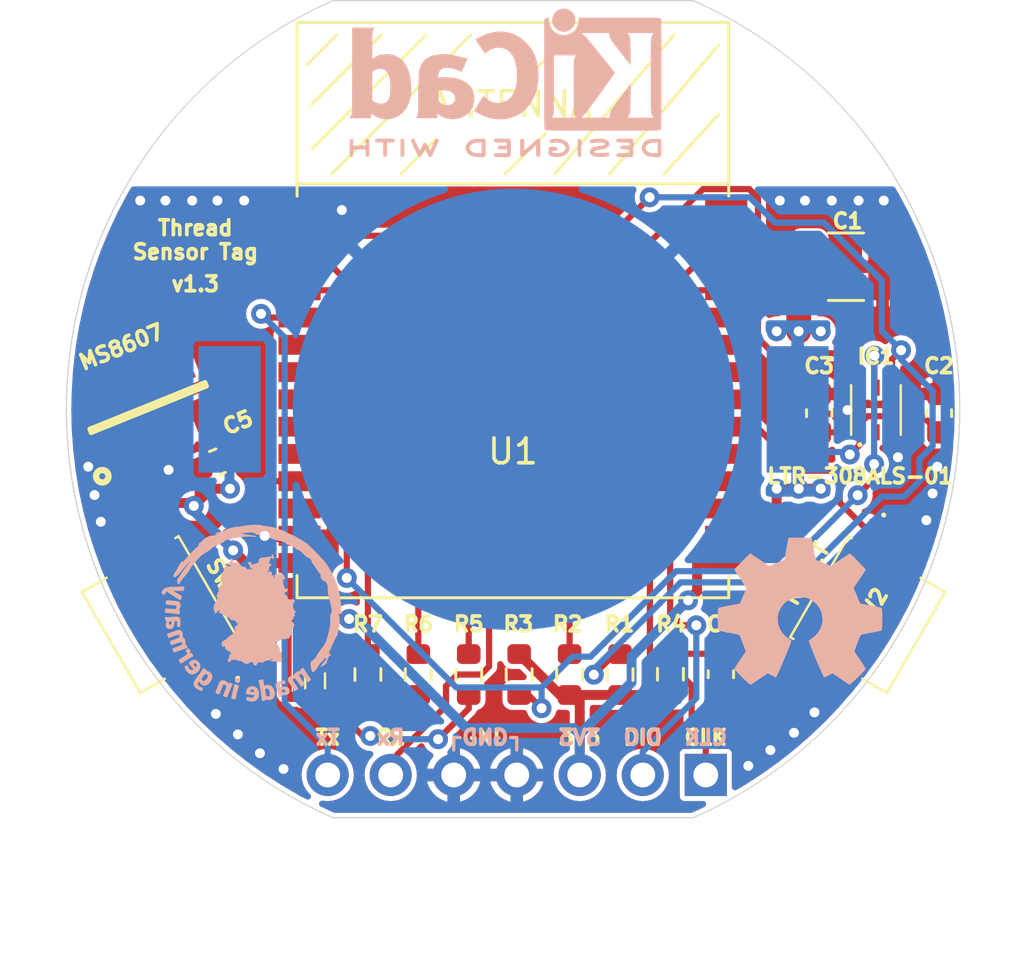
<source format=kicad_pcb>
(kicad_pcb (version 20211014) (generator pcbnew)
  (layers (0 "F.Cu" signal) (31 "B.Cu" signal) (34 "B.Paste" user) (35 "F.Paste" user) (36 "B.SilkS" user "B.Silkscreen") (37 "F.SilkS" user "F.Silkscreen") (38 "B.Mask" user) (39 "F.Mask" user) (44 "Edge.Cuts" user))
  (net 0 "")
  (net 1 "GND")
  (net 2 "/SWDCLK")
  (net 3 "/SDA")
  (net 4 "/SWDIO")
  (net 5 "/SCL")
  (net 6 "/RESET")
  (net 7 "/D-")
  (net 8 "/D+")
  (net 9 "/NFC2")
  (net 10 "/NFC1")
  (net 11 "/VCC")
  (net 12 "/BTN")
  (net 13 "/Tx")
  (net 14 "/Rx")
  (net 15 "/INT1")
  (net 26 "Net-(LED1-Pad4)")
  (net 27 "Net-(LED1-Pad3)")
  (net 28 "Net-(LED1-Pad2)")
  (net 29 "/LED_RED")
  (net 30 "/LED_GREEN")
  (net 31 "/LED_BLUE")
  (footprint "EVQ-PUA02K:EVQPUA02K" (layer "F.Cu") (at 135.611 72.644 60)
    (fp_text reference "SW2" (at 0.225 0.5 60) (layer "F.SilkS") (effects (font (size 0.6 0.6))))
    (fp_text value "EVQ-PUA02K" hide)
    (pad "1" smd rect locked (at 2.625 -0.85 150) (size 1 1.55) (layers "F.Cu" "F.Paste" "F.Mask") (net 6 "/RESET"))
    (pad "2" smd rect locked (at 2.625 0.85 150) (size 1 1.55) (layers "F.Cu" "F.Paste" "F.Mask") (net 1 "GND"))
    (pad "3" smd rect locked (at -2.625 -0.85 150) (size 1 1.55) (layers "F.Cu" "F.Paste" "F.Mask") (net 6 "/RESET"))
    (pad "4" smd rect locked (at -2.625 0.85 150) (size 1 1.55) (layers "F.Cu" "F.Paste" "F.Mask") (net 1 "GND"))
  )
  (footprint "EVQ-PUA02K:EVQPUA02K" (layer "F.Cu") (at 107.925 72.644 -60)
    (fp_text reference "SW1" hide)
    (fp_text value "EVQ-PUA02K" hide)
    (pad "1" smd rect locked (at 2.625 -0.85 30) (size 1 1.55) (layers "F.Cu" "F.Paste" "F.Mask") (net 12 "/BTN"))
    (pad "2" smd rect locked (at 2.625 0.85 30) (size 1 1.55) (layers "F.Cu" "F.Paste" "F.Mask") (net 1 "GND"))
    (pad "3" smd rect locked (at -2.625 -0.85 30) (size 1 1.55) (layers "F.Cu" "F.Paste" "F.Mask") (net 12 "/BTN"))
    (pad "4" smd rect locked (at -2.625 0.85 30) (size 1 1.55) (layers "F.Cu" "F.Paste" "F.Mask") (net 1 "GND"))
  )
  (footprint "Capacitor_SMD:C_0603_1608Metric" (layer "F.Cu") (at 109.83 66.7385 22)
    (fp_text reference "C5" (at 1.359707 -1.162816 22) (layer "F.SilkS") (effects (font (size 0.6 0.6))))
    (fp_text value "0.22uF")
    (pad "1" smd roundrect locked (at -0.775 0 22) (size 0.9 0.95) (layers "F.Cu" "F.Paste" "F.Mask") (net 11 "/VCC"))
    (pad "2" smd roundrect locked (at 0.775 0 22) (size 0.9 0.95) (layers "F.Cu" "F.Paste" "F.Mask") (net 1 "GND"))
  )
  (footprint "MS860702BA01-50:SON125P300X500X100-8N" (layer "F.Cu") (at 107.036 64.546 112)
    (fp_text reference "IC3" hide)
    (fp_text value "MS860702BA01-50" hide)
    (pad "1" smd rect locked (at -1.15 -1.875 202) (size 0.75 1.45) (layers "F.Cu" "F.Paste" "F.Mask") (net 11 "/VCC"))
    (pad "2" smd rect locked (at -1.15 -0.625 202) (size 0.75 1.45) (layers "F.Cu" "F.Paste" "F.Mask"))
    (pad "3" smd rect locked (at -1.15 0.625 202) (size 0.75 1.45) (layers "F.Cu" "F.Paste" "F.Mask") (net 1 "GND"))
    (pad "4" smd rect locked (at -1.15 1.875 202) (size 0.75 1.45) (layers "F.Cu" "F.Paste" "F.Mask"))
    (pad "5" smd rect locked (at 1.15 1.875 202) (size 0.75 1.45) (layers "F.Cu" "F.Paste" "F.Mask"))
    (pad "6" smd rect locked (at 1.15 0.625 202) (size 0.75 1.45) (layers "F.Cu" "F.Paste" "F.Mask"))
    (pad "7" smd rect locked (at 1.15 -0.625 202) (size 0.75 1.45) (layers "F.Cu" "F.Paste" "F.Mask") (net 3 "/SDA"))
    (pad "8" smd rect locked (at 1.15 -1.875 202) (size 0.75 1.45) (layers "F.Cu" "F.Paste" "F.Mask") (net 5 "/SCL"))
  )
  (footprint "MS88SF2:MS88SF2" (layer "F.Cu") (at 121.26 66.675)
    (fp_text reference "U1" (at 0.48 -0.36) (layer "F.SilkS"))
    (fp_text value "MS88SF2")
    (fp_text user "ANTENNA" (at 0.38 -14.36) (layer "F.SilkS"))
    (pad "1" smd rect locked (at -8.12 -10.16) (size 1.7 0.8) (layers "F.Cu" "F.Paste" "F.Mask") (net 1 "GND"))
    (pad "2" smd rect locked (at -8.12 -9.06) (size 1.7 0.8) (layers "F.Cu" "F.Paste" "F.Mask") (net 5 "/SCL"))
    (pad "3" smd rect locked (at -8.12 -7.96) (size 1.7 0.8) (layers "F.Cu" "F.Paste" "F.Mask") (net 3 "/SDA"))
    (pad "4" smd rect locked (at -8.12 -6.86) (size 1.7 0.8) (layers "F.Cu" "F.Paste" "F.Mask") (net 14 "/Rx"))
    (pad "5" smd rect locked (at -8.12 -5.76) (size 1.7 0.8) (layers "F.Cu" "F.Paste" "F.Mask") (net 13 "/Tx"))
    (pad "6" smd rect locked (at -8.12 -4.66) (size 1.7 0.8) (layers "F.Cu" "F.Paste" "F.Mask"))
    (pad "7" smd rect locked (at -8.12 -3.56) (size 1.7 0.8) (layers "F.Cu" "F.Paste" "F.Mask"))
    (pad "8" smd rect locked (at -8.12 -2.46) (size 1.7 0.8) (layers "F.Cu" "F.Paste" "F.Mask") (net 29 "/LED_RED"))
    (pad "9" smd rect locked (at -8.12 -1.36) (size 1.7 0.8) (layers "F.Cu" "F.Paste" "F.Mask") (net 30 "/LED_GREEN"))
    (pad "10" smd rect locked (at -8.12 -0.26) (size 1.7 0.8) (layers "F.Cu" "F.Paste" "F.Mask") (net 31 "/LED_BLUE"))
    (pad "11" smd rect locked (at -8.12 0.84) (size 1.7 0.8) (layers "F.Cu" "F.Paste" "F.Mask") (net 12 "/BTN"))
    (pad "12" smd rect locked (at -8.12 1.94) (size 1.7 0.8) (layers "F.Cu" "F.Paste" "F.Mask") (net 15 "/INT1"))
    (pad "13" smd rect locked (at -8.12 3.04) (size 1.7 0.8) (layers "F.Cu" "F.Paste" "F.Mask") (net 1 "GND"))
    (pad "14" smd rect locked (at -8.12 4.14) (size 1.7 0.8) (layers "F.Cu" "F.Paste" "F.Mask") (net 11 "/VCC"))
    (pad "15" smd rect locked (at 9.08 -10.16) (size 1.7 0.8) (layers "F.Cu" "F.Paste" "F.Mask") (net 9 "/NFC2"))
    (pad "16" smd rect locked (at 9.08 -9.06) (size 1.7 0.8) (layers "F.Cu" "F.Paste" "F.Mask") (net 10 "/NFC1"))
    (pad "17" smd rect locked (at 9.08 -7.96) (size 1.7 0.8) (layers "F.Cu" "F.Paste" "F.Mask") (net 2 "/SWDCLK"))
    (pad "18" smd rect locked (at 9.08 -6.86) (size 1.7 0.8) (layers "F.Cu" "F.Paste" "F.Mask") (net 4 "/SWDIO"))
    (pad "19" smd rect locked (at 9.08 -5.76) (size 1.7 0.8) (layers "F.Cu" "F.Paste" "F.Mask"))
    (pad "20" smd rect locked (at 9.08 -4.66) (size 1.7 0.8) (layers "F.Cu" "F.Paste" "F.Mask"))
    (pad "21" smd rect locked (at 9.08 -3.56) (size 1.7 0.8) (layers "F.Cu" "F.Paste" "F.Mask"))
    (pad "22" smd rect locked (at 9.08 -2.46) (size 1.7 0.8) (layers "F.Cu" "F.Paste" "F.Mask"))
    (pad "23" smd rect locked (at 9.08 -1.36) (size 1.7 0.8) (layers "F.Cu" "F.Paste" "F.Mask") (net 6 "/RESET"))
    (pad "24" smd rect locked (at 9.08 -0.26) (size 1.7 0.8) (layers "F.Cu" "F.Paste" "F.Mask"))
    (pad "25" smd rect locked (at 9.08 0.84) (size 1.7 0.8) (layers "F.Cu" "F.Paste" "F.Mask"))
    (pad "26" smd rect locked (at 9.08 1.94) (size 1.7 0.8) (layers "F.Cu" "F.Paste" "F.Mask") (net 8 "/D+"))
    (pad "27" smd rect locked (at 9.08 3.04) (size 1.7 0.8) (layers "F.Cu" "F.Paste" "F.Mask") (net 7 "/D-"))
    (pad "28" smd rect locked (at 9.08 4.14) (size 1.7 0.8) (layers "F.Cu" "F.Paste" "F.Mask") (net 11 "/VCC"))
  )
  (footprint "Resistor_SMD:R_0603_1608Metric" (layer "F.Cu") (at 121.993 75.311 -90)
    (fp_text reference "R3" (at -2.032 0.0349) (layer "F.SilkS") (effects (font (size 0.6 0.6))))
    (fp_text value "4.7k")
    (pad "1" smd roundrect locked (at -0.825 0 270) (size 0.8 0.95) (layers "F.Cu" "F.Paste" "F.Mask") (net 11 "/VCC"))
    (pad "2" smd roundrect locked (at 0.825 0 270) (size 0.8 0.95) (layers "F.Cu" "F.Paste" "F.Mask") (net 15 "/INT1"))
  )
  (footprint "Capacitor_SMD:C_0603_1608Metric" (layer "F.Cu") (at 130.124 75.2983 -90)
    (fp_text reference "C7" (at -2.0193 -0.0254 180) (layer "F.SilkS") (effects (font (size 0.6 0.6))))
    (fp_text value "0.1uF")
    (pad "1" smd roundrect locked (at -0.775 0 270) (size 0.9 0.95) (layers "F.Cu" "F.Paste" "F.Mask") (net 6 "/RESET"))
    (pad "2" smd roundrect locked (at 0.775 0 270) (size 0.9 0.95) (layers "F.Cu" "F.Paste" "F.Mask") (net 1 "GND"))
  )
  (footprint "Resistor_SMD:R_0603_1608Metric" (layer "F.Cu") (at 124.026 75.311 90)
    (fp_text reference "R2" (at 2.032 -0.0762 180) (layer "F.SilkS") (effects (font (size 0.6 0.6))))
    (fp_text value "4.7k")
    (pad "1" smd roundrect locked (at -0.825 0 90) (size 0.8 0.95) (layers "F.Cu" "F.Paste" "F.Mask") (net 11 "/VCC"))
    (pad "2" smd roundrect locked (at 0.825 0 90) (size 0.8 0.95) (layers "F.Cu" "F.Paste" "F.Mask") (net 3 "/SDA"))
  )
  (footprint "Resistor_SMD:R_0603_1608Metric" (layer "F.Cu") (at 119.96 75.311 90)
    (fp_text reference "R5" (at 2.032 0 180) (layer "F.SilkS") (effects (font (size 0.6 0.6))))
    (fp_text value "1k2")
    (pad "1" smd roundrect locked (at -0.825 0 90) (size 0.8 0.95) (layers "F.Cu" "F.Paste" "F.Mask") (net 28 "Net-(LED1-Pad2)"))
    (pad "2" smd roundrect locked (at 0.825 0 90) (size 0.8 0.95) (layers "F.Cu" "F.Paste" "F.Mask") (net 29 "/LED_RED"))
  )
  (footprint "Resistor_SMD:R_0603_1608Metric" (layer "F.Cu") (at 117.928 75.311 -90)
    (fp_text reference "R6" (at -2.032 0 180) (layer "F.SilkS") (effects (font (size 0.6 0.6))))
    (fp_text value "2k2")
    (pad "1" smd roundrect locked (at -0.825 0 270) (size 0.8 0.95) (layers "F.Cu" "F.Paste" "F.Mask") (net 30 "/LED_GREEN"))
    (pad "2" smd roundrect locked (at 0.825 0 270) (size 0.8 0.95) (layers "F.Cu" "F.Paste" "F.Mask") (net 26 "Net-(LED1-Pad4)"))
  )
  (footprint "Resistor_SMD:R_0603_1608Metric" (layer "F.Cu") (at 126.058 75.311 90)
    (fp_text reference "R1" (at 2.032 -0.0254 180) (layer "F.SilkS") (effects (font (size 0.6 0.6))))
    (fp_text value "4.7k")
    (pad "1" smd roundrect locked (at -0.825 0 90) (size 0.8 0.95) (layers "F.Cu" "F.Paste" "F.Mask") (net 11 "/VCC"))
    (pad "2" smd roundrect locked (at 0.825 0 90) (size 0.8 0.95) (layers "F.Cu" "F.Paste" "F.Mask") (net 5 "/SCL"))
  )
  (footprint "APHF1608LSEEQBDZGKC:APHF1608LSEEQBDZGKC" (layer "F.Cu") (at 113.767 75.565 90)
    (fp_text reference "LED1" hide)
    (fp_text value "APHF1608LSEEQBDZGKC" hide)
    (pad "1" smd rect locked (at -0.65 -0.35 180) (size 0.4 0.5) (layers "F.Cu" "F.Paste" "F.Mask") (net 11 "/VCC"))
    (pad "2" smd rect locked (at -0.65 0.35 180) (size 0.4 0.5) (layers "F.Cu" "F.Paste" "F.Mask") (net 28 "Net-(LED1-Pad2)"))
    (pad "3" smd rect locked (at 0.65 0.35 180) (size 0.4 0.5) (layers "F.Cu" "F.Paste" "F.Mask") (net 27 "Net-(LED1-Pad3)"))
    (pad "4" smd rect locked (at 0.65 -0.35 180) (size 0.4 0.5) (layers "F.Cu" "F.Paste" "F.Mask") (net 26 "Net-(LED1-Pad4)"))
  )
  (footprint "Resistor_SMD:R_0603_1608Metric" (layer "F.Cu") (at 128.091 75.2983 90)
    (fp_text reference "R4" (at 2.0193 0.0254 180) (layer "F.SilkS") (effects (font (size 0.6 0.6))))
    (fp_text value "10k")
    (pad "1" smd roundrect locked (at -0.825 0 90) (size 0.8 0.95) (layers "F.Cu" "F.Paste" "F.Mask") (net 11 "/VCC"))
    (pad "2" smd roundrect locked (at 0.825 0 90) (size 0.8 0.95) (layers "F.Cu" "F.Paste" "F.Mask") (net 6 "/RESET"))
  )
  (footprint "Resistor_SMD:R_0603_1608Metric" (layer "F.Cu") (at 115.895 75.311 -90)
    (fp_text reference "R7" (at -2.032 0 180) (layer "F.SilkS") (effects (font (size 0.6 0.6))))
    (fp_text value "390R")
    (pad "1" smd roundrect locked (at -0.825 0 270) (size 0.8 0.95) (layers "F.Cu" "F.Paste" "F.Mask") (net 31 "/LED_BLUE"))
    (pad "2" smd roundrect locked (at 0.825 0 270) (size 0.8 0.95) (layers "F.Cu" "F.Paste" "F.Mask") (net 27 "Net-(LED1-Pad3)"))
  )
  (footprint "Capacitor_SMD:C_1210_3225Metric" (layer "F.Cu") (at 135.1661 58.8645)
    (fp_text reference "C1" (at 0.0635 -1.8415) (layer "F.SilkS") (effects (font (size 0.6 0.6))))
    (fp_text value "100uF")
    (pad "1" smd roundrect locked (at -1.475 0) (size 1.15 2.7) (layers "F.Cu" "F.Paste" "F.Mask") (roundrect_rratio 0.2173904348) (net 11 "/VCC"))
    (pad "2" smd roundrect locked (at 1.475 0) (size 1.15 2.7) (layers "F.Cu" "F.Paste" "F.Mask") (roundrect_rratio 0.2173904348) (net 1 "GND"))
  )
  (footprint "Capacitor_SMD:C_0603_1608Metric" (layer "F.Cu") (at 134.0866 64.77 90)
    (fp_text reference "C3" (at 1.905 0 180) (layer "F.SilkS") (effects (font (size 0.6 0.6))))
    (fp_text value "0.1uF")
    (pad "1" smd roundrect (at -0.775 0 90) (size 0.9 0.95) (layers "F.Cu" "F.Paste" "F.Mask") (net 11 "/VCC"))
    (pad "2" smd roundrect (at 0.775 0 90) (size 0.9 0.95) (layers "F.Cu" "F.Paste" "F.Mask") (net 1 "GND"))
  )
  (footprint "Capacitor_SMD:C_0603_1608Metric" (layer "F.Cu") (at 138.9126 64.77 90)
    (fp_text reference "C2" (at 1.905 0 180) (layer "F.SilkS") (effects (font (size 0.6 0.6))))
    (fp_text value "4.7uF")
    (pad "1" smd roundrect (at -0.775 0 90) (size 0.9 0.95) (layers "F.Cu" "F.Paste" "F.Mask") (net 11 "/VCC"))
    (pad "2" smd roundrect (at 0.775 0 90) (size 0.9 0.95) (layers "F.Cu" "F.Paste" "F.Mask") (net 1 "GND"))
  )
  (footprint "LTR-308ALS-01:LTR303ALS01" (layer "F.Cu") (at 136.373 64.643)
    (fp_text reference "IC1" (at 0 -2.159) (layer "F.SilkS") (effects (font (size 0.6 0.6))))
    (fp_text value "LTR-308ALS-01" hide)
    (pad "1" smd rect locked (at -0.65 0.9) (size 0.3 0.65) (layers "F.Cu" "F.Paste" "F.Mask") (net 11 "/VCC"))
    (pad "2" smd rect locked (at 0 0.9) (size 0.3 0.65) (layers "F.Cu" "F.Paste" "F.Mask"))
    (pad "3" smd rect locked (at 0.65 0.9) (size 0.3 0.65) (layers "F.Cu" "F.Paste" "F.Mask") (net 1 "GND"))
    (pad "4" smd rect locked (at 0.65 -0.9) (size 0.3 0.65) (layers "F.Cu" "F.Paste" "F.Mask") (net 5 "/SCL"))
    (pad "5" smd rect locked (at 0 -0.9) (size 0.3 0.65) (layers "F.Cu" "F.Paste" "F.Mask") (net 15 "/INT1"))
    (pad "6" smd rect locked (at -0.65 -0.9) (size 0.3 0.65) (layers "F.Cu" "F.Paste" "F.Mask") (net 3 "/SDA"))
  )
  (footprint "BAT-HLD-001:BATHLD001" (layer "B.Cu") (at 121.768 64.6176)
    (fp_text reference "BT1" hide)
    (fp_text value "BAT-HLD-001" hide)
    (pad "1" smd rect locked (at -11.45 0) (size 2.5 5.1) (layers "B.Cu" "B.Paste" "B.Mask") (net 11 "/VCC"))
    (pad "1" smd rect locked (at 11.45 0) (size 2.5 5.1) (layers "B.Cu" "B.Paste" "B.Mask") (net 11 "/VCC"))
    (pad "2" smd circle locked (at 0 0 270) (size 17.8 17.8) (layers "B.Cu" "B.Paste" "B.Mask") (net 1 "GND"))
  )
  (footprint "Connector_PinHeader_2.54mm:PinHeader_1x07_P2.54mm_Vertical" (layer "B.Cu") (at 129.515 79.3623 90)
    (fp_text reference "J3" hide)
    (fp_text value "Conn_01x07_Male")
    (pad "1" thru_hole rect locked (at 0 0 90) (size 1.7 1.7) (drill 1) (layers *.Cu *.Mask) (net 2 "/SWDCLK"))
    (pad "2" thru_hole oval locked (at 0 -2.54 90) (size 1.7 1.7) (drill 1) (layers *.Cu *.Mask) (net 4 "/SWDIO"))
    (pad "3" thru_hole oval locked (at 0 -5.08 90) (size 1.7 1.7) (drill 1) (layers *.Cu *.Mask) (net 11 "/VCC"))
    (pad "4" thru_hole oval locked (at 0 -7.62 90) (size 1.7 1.7) (drill 1) (layers *.Cu *.Mask) (net 1 "GND"))
    (pad "5" thru_hole oval locked (at 0 -10.16 90) (size 1.7 1.7) (drill 1) (layers *.Cu *.Mask) (net 1 "GND"))
    (pad "6" thru_hole oval locked (at 0 -12.7 90) (size 1.7 1.7) (drill 1) (layers *.Cu *.Mask) (net 14 "/Rx"))
    (pad "7" thru_hole oval locked (at 0 -15.24 90) (size 1.7 1.7) (drill 1) (layers *.Cu *.Mask) (net 13 "/Tx"))
  )
  (footprint "logo:mig" (layer "B.Cu") (at 111.2266 72.8345 180)
    (fp_text reference "LOGO2" hide)
    (fp_text value "LOGO" hide)
  )
  (footprint "Symbol:OSHW-Symbol_6.7x6mm_SilkScreen" (layer "B.Cu") (at 133.3246 72.771 180)
    (fp_text reference "LOGO1" hide)
    (fp_text value "OSHW-Symbol_6.7x6mm_SilkScreen" hide)
  )
  (footprint "Symbol:KiCad-Logo2_5mm_SilkScreen" (layer "B.Cu") (at 121.4501 51.435 180)
    (fp_text reference "LOGO3" hide)
    (fp_text value "KiCad-Logo2_5mm_SilkScreen" hide)
  )
  (gr_line (start 119.3546 78.359) (end 119.3546 77.851) (layer "B.SilkS") (width 0.12))
  (gr_line (start 121.8946 78.359) (end 121.8946 77.851) (layer "B.SilkS") (width 0.12))
  (gr_line (start 121.8946 77.851) (end 121.6406 77.851) (layer "B.SilkS") (width 0.12))
  (gr_line (start 119.3546 77.851) (end 119.6086 77.851) (layer "B.SilkS") (width 0.12))
  (gr_line (start 119.3546 78.359) (end 119.3546 77.851) (layer "F.SilkS") (width 0.12))
  (gr_line (start 119.3546 77.851) (end 119.6086 77.851) (layer "F.SilkS") (width 0.12))
  (gr_line (start 121.8946 77.851) (end 121.6406 77.851) (layer "F.SilkS") (width 0.12))
  (gr_line (start 121.8946 78.359) (end 121.8946 77.851) (layer "F.SilkS") (width 0.12))
  (gr_arc (start 129.0066 48.132999) (mid 139.752055 64.609269) (end 129.0066 81.085539) (layer "Edge.Cuts") (width 0.05))
  (gr_line (start 114.488584 81.085539) (end 129.0066 81.085539) (layer "Edge.Cuts") (width 0.05))
  (gr_line (start 129.0066 48.133) (end 114.488584 48.133) (layer "Edge.Cuts") (width 0.05))
  (gr_arc (start 114.488585 81.085538) (mid 103.743131 64.609269) (end 114.488584 48.133) (layer "Edge.Cuts") (width 0.05))
  (gr_text "Tx" (at 114.2746 77.851) (layer "B.SilkS") (effects (font (size 0.6 0.6)) (justify mirror)))
  (gr_text "Rx" (at 116.8146 77.851) (layer "B.SilkS") (effects (font (size 0.6 0.6)) (justify mirror)))
  (gr_text "GND" (at 120.6246 77.851) (layer "B.SilkS") (effects (font (size 0.6 0.6)) (justify mirror)))
  (gr_text "3V3" (at 124.4346 77.851) (layer "B.SilkS") (effects (font (size 0.6 0.6)) (justify mirror)))
  (gr_text "DIO" (at 126.9746 77.851) (layer "B.SilkS") (effects (font (size 0.6 0.6)) (justify mirror)))
  (gr_text "CLK" (at 129.5146 77.851) (layer "B.SilkS") (effects (font (size 0.6 0.6)) (justify mirror)))
  (gr_text "SW1" (at 110.0836 71.501 300) (layer "F.SilkS") (effects (font (size 0.6 0.6))))
  (gr_text "Tx" (at 114.2746 77.851) (layer "F.SilkS") (effects (font (size 0.6 0.6))))
  (gr_text "CLK" (at 129.5146 77.851) (layer "F.SilkS") (effects (font (size 0.6 0.6))))
  (gr_text "DIO" (at 126.9746 77.851) (layer "F.SilkS") (effects (font (size 0.6 0.6))))
  (gr_text "3V3" (at 124.4346 77.851) (layer "F.SilkS") (effects (font (size 0.6 0.6))))
  (gr_text "MS8607" (at 105.9561 62.103 22) (layer "F.SilkS") (effects (font (size 0.6 0.6))))
  (gr_text "Thread\nSensor Tag" (at 108.9406 57.785) (layer "F.SilkS") (effects (font (size 0.6 0.6))))
  (gr_text "RESET" (at 133.5786 71.247 60) (layer "F.SilkS") (effects (font (size 0.6 0.6))))
  (gr_text "LTR-308ALS-01" (at 135.7376 67.31) (layer "F.SilkS") (effects (font (size 0.6 0.6))))
  (gr_text "GND" (at 120.6246 77.851) (layer "F.SilkS") (effects (font (size 0.6 0.6))))
  (gr_text "Rx" (at 116.8146 77.851) (layer "F.SilkS") (effects (font (size 0.6 0.6))))
  (gr_text "v1.3" (at 108.9406 59.563) (layer "F.SilkS") (effects (font (size 0.6 0.6))))
  (segment (start 108.046 66.8708) (end 107.861 67.056) (width 0.25) (layer "F.Cu") (net 1))
  (segment (start 114.783 56.515) (end 114.846 56.5785) (width 0.25) (layer "F.Cu") (net 1))
  (segment (start 108.046 65.3781) (end 108.046 66.8708) (width 0.25) (layer "F.Cu") (net 1))
  (segment (start 134.0866 63.995) (end 134.5816 63.995) (width 0.25) (layer "F.Cu") (net 1))
  (segment (start 134.5816 63.995) (end 135.2296 64.643) (width 0.25) (layer "F.Cu") (net 1))
  (segment (start 113.14 56.515) (end 114.783 56.515) (width 0.25) (layer "F.Cu") (net 1))
  (segment (start 111.743 69.715) (end 111.735 69.723) (width 0.25) (layer "F.Cu") (net 1))
  (segment (start 113.14 69.715) (end 111.743 69.715) (width 0.25) (layer "F.Cu") (net 1))
  (via (at 138.4046 69.088) (size 0.8) (drill 0.4) (layers "F.Cu" "B.Cu") (net 1))
  (via (at 132.4991 56.1975) (size 0.8) (drill 0.4) (layers "F.Cu" "B.Cu") (net 1))
  (via (at 109.7661 76.8985) (size 0.8) (drill 0.4) (layers "F.Cu" "B.Cu") (net 1))
  (via (at 136.6901 56.1975) (size 0.8) (drill 0.4) (layers "F.Cu" "B.Cu") (net 1))
  (via (at 138.8491 66.929) (size 0.8) (drill 0.4) (layers "F.Cu" "B.Cu") (net 1))
  (via (at 133.0706 77.6605) (size 0.8) (drill 0.4) (layers "F.Cu" "B.Cu") (net 1))
  (via (at 112.4966 79.121) (size 0.8) (drill 0.4) (layers "F.Cu" "B.Cu") (net 1))
  (via (at 109.8296 56.1975) (size 0.8) (drill 0.4) (layers "F.Cu" "B.Cu") (net 1))
  (via (at 110.9091 56.1975) (size 0.8) (drill 0.4) (layers "F.Cu" "B.Cu") (net 1))
  (via (at 134.5946 56.1975) (size 0.8) (drill 0.4) (layers "F.Cu" "B.Cu") (net 1))
  (via (at 106.7181 56.1975) (size 0.8) (drill 0.4) (layers "F.Cu" "B.Cu") (net 1))
  (via (at 111.5441 78.486) (size 0.8) (drill 0.4) (layers "F.Cu" "B.Cu") (net 1))
  (via (at 111.735 69.723) (size 0.8) (drill 0.4) (layers "F.Cu" "B.Cu") (net 1))
  (via (at 114.846 56.5785) (size 0.8) (drill 0.4) (layers "F.Cu" "B.Cu") (net 1))
  (via (at 135.2296 64.643) (size 0.8) (drill 0.4) (layers "F.Cu" "B.Cu") (net 1))
  (via (at 107.7341 56.1975) (size 0.8) (drill 0.4) (layers "F.Cu" "B.Cu") (net 1))
  (via (at 131.2291 78.994) (size 0.8) (drill 0.4) (layers "F.Cu" "B.Cu") (net 1))
  (via (at 104.6226 66.929) (size 0.8) (drill 0.4) (layers "F.Cu" "B.Cu") (net 1))
  (via (at 133.8961 76.835) (size 0.8) (drill 0.4) (layers "F.Cu" "B.Cu") (net 1))
  (via (at 105.1306 69.1515) (size 0.8) (drill 0.4) (layers "F.Cu" "B.Cu") (net 1))
  (via (at 104.8766 68.072) (size 0.8) (drill 0.4) (layers "F.Cu" "B.Cu") (net 1))
  (via (at 137.2616 66.548) (size 0.8) (drill 0.4) (layers "F.Cu" "B.Cu") (net 1))
  (via (at 138.6586 68.0085) (size 0.8) (drill 0.4) (layers "F.Cu" "B.Cu") (net 1))
  (via (at 107.861 67.056) (size 0.8) (drill 0.4) (layers "F.Cu" "B.Cu") (net 1))
  (via (at 110.6551 77.724) (size 0.8) (drill 0.4) (layers "F.Cu" "B.Cu") (net 1))
  (via (at 108.8136 56.1975) (size 0.8) (drill 0.4) (layers "F.Cu" "B.Cu") (net 1))
  (via (at 133.5151 56.1975) (size 0.8) (drill 0.4) (layers "F.Cu" "B.Cu") (net 1))
  (via (at 135.6741 56.1975) (size 0.8) (drill 0.4) (layers "F.Cu" "B.Cu") (net 1))
  (via (at 132.1181 78.359) (size 0.8) (drill 0.4) (layers "F.Cu" "B.Cu") (net 1))
  (segment (start 127.2632 60.6165) (end 129.1647 58.715) (width 0.25) (layer "F.Cu") (net 2))
  (segment (start 128.4902 75.2983) (end 127.6947 75.2983) (width 0.25) (layer "F.Cu") (net 2))
  (segment (start 128.9456 75.7537) (end 128.4902 75.2983) (width 0.25) (layer "F.Cu") (net 2))
  (segment (start 127.6947 75.2983) (end 127.2632 74.8668) (width 0.25) (layer "F.Cu") (net 2))
  (segment (start 128.9456 77.6176) (end 128.9456 75.7537) (width 0.25) (layer "F.Cu") (net 2))
  (segment (start 129.515 78.187) (end 128.9456 77.6176) (width 0.25) (layer "F.Cu") (net 2))
  (segment (start 129.515 79.3623) (end 129.515 78.187) (width 0.25) (layer "F.Cu") (net 2))
  (segment (start 130.34 58.715) (end 129.1647 58.715) (width 0.25) (layer "F.Cu") (net 2))
  (segment (start 127.2632 74.8668) (end 127.2632 60.6165) (width 0.25) (layer "F.Cu") (net 2))
  (segment (start 132.2346 62.357) (end 135.1026 62.357) (width 0.25) (layer "F.Cu") (net 3))
  (segment (start 116.7135 61.1132) (end 124.026 61.1132) (width 0.25) (layer "F.Cu") (net 3))
  (segment (start 106.0257 61.9699) (end 109.2806 58.715) (width 0.25) (layer "F.Cu") (net 3))
  (segment (start 131.2708 55.7348) (end 131.6184 56.0824) (width 0.25) (layer "F.Cu") (net 3))
  (segment (start 109.2806 58.715) (end 113.14 58.715) (width 0.25) (layer "F.Cu") (net 3))
  (segment (start 113.14 58.715) (end 114.3153 58.715) (width 0.25) (layer "F.Cu") (net 3))
  (segment (start 135.723 62.9774) (end 135.723 63.743) (width 0.25) (layer "F.Cu") (net 3))
  (segment (start 129.4044 55.7348) (end 131.2708 55.7348) (width 0.25) (layer "F.Cu") (net 3))
  (segment (start 106.0257 63.7139) (end 106.0257 61.9699) (width 0.25) (layer "F.Cu") (net 3))
  (segment (start 131.6184 61.7408) (end 132.2346 62.357) (width 0.25) (layer "F.Cu") (net 3))
  (segment (start 135.1026 62.357) (end 135.723 62.9774) (width 0.25) (layer "F.Cu") (net 3))
  (segment (start 131.6184 56.0824) (end 131.6184 61.7408) (width 0.25) (layer "F.Cu") (net 3))
  (segment (start 124.026 61.1132) (end 129.4044 55.7348) (width 0.25) (layer "F.Cu") (net 3))
  (segment (start 124.026 61.1132) (end 124.026 74.486) (width 0.25) (layer "F.Cu") (net 3))
  (segment (start 114.3153 58.715) (end 116.7135 61.1132) (width 0.25) (layer "F.Cu") (net 3))
  (segment (start 128.0779 60.9018) (end 128.0779 72.834885) (width 0.25) (layer "F.Cu") (net 4))
  (segment (start 128.567915 73.3249) (end 129.1336 73.3249) (width 0.25) (layer "F.Cu") (net 4))
  (segment (start 130.34 59.815) (end 129.1647 59.815) (width 0.25) (layer "F.Cu") (net 4))
  (segment (start 129.1647 59.815) (end 128.0779 60.9018) (width 0.25) (layer "F.Cu") (net 4))
  (segment (start 128.0779 72.834885) (end 128.567915 73.3249) (width 0.25) (layer "F.Cu") (net 4))
  (via (at 129.1336 73.3249) (size 0.8) (drill 0.4) (layers "F.Cu" "B.Cu") (net 4))
  (segment (start 126.975 79.3623) (end 126.975 78.4221) (width 0.25) (layer "B.Cu") (net 4))
  (segment (start 126.975 78.4221) (end 129.1336 76.2635) (width 0.25) (layer "B.Cu") (net 4))
  (segment (start 129.1336 76.2635) (end 129.1336 73.3249) (width 0.25) (layer "B.Cu") (net 4))
  (segment (start 127.2531 56.0646) (end 125.7027 57.615) (width 0.25) (layer "F.Cu") (net 5))
  (segment (start 125.8351 74.486) (end 126.058 74.486) (width 0.25) (layer "F.Cu") (net 5))
  (segment (start 125.0042 75.3169) (end 125.8351 74.486) (width 0.25) (layer "F.Cu") (net 5))
  (segment (start 104.8131 64.1285) (end 104.8131 62.5) (width 0.25) (layer "F.Cu") (net 5))
  (segment (start 104.8667 64.1821) (end 104.8131 64.1285) (width 0.25) (layer "F.Cu") (net 5))
  (segment (start 109.6981 57.615) (end 113.14 57.615) (width 0.25) (layer "F.Cu") (net 5))
  (segment (start 125.7027 57.615) (end 113.14 57.615) (width 0.25) (layer "F.Cu") (net 5))
  (segment (start 104.8131 62.5) (end 109.6981 57.615) (width 0.25) (layer "F.Cu") (net 5))
  (segment (start 137.023 62.5956) (end 137.023 63.743) (width 0.25) (layer "F.Cu") (net 5))
  (segment (start 137.3886 62.23) (end 137.023 62.5956) (width 0.25) (layer "F.Cu") (net 5))
  (via (at 125.0042 75.3169) (size 0.8) (drill 0.4) (layers "F.Cu" "B.Cu") (net 5))
  (via (at 137.3886 62.23) (size 0.8) (drill 0.4) (layers "F.Cu" "B.Cu") (net 5))
  (via (at 127.2531 56.0646) (size 0.8) (drill 0.4) (layers "F.Cu" "B.Cu") (net 5))
  (segment (start 138.124589 67.229103) (end 138.268986 67.3735) (width 0.25) (layer "B.Cu") (net 5))
  (segment (start 136.6071 59.4165) (end 134.2771 57.0865) (width 0.25) (layer "B.Cu") (net 5))
  (segment (start 134.2771 57.0865) (end 132.3086 57.0865) (width 0.25) (layer "B.Cu") (net 5))
  (segment (start 128.5028 71.5942) (end 125.0042 75.0928) (width 0.25) (layer "B.Cu") (net 5))
  (segment (start 137.3886 62.611) (end 138.6586 63.881) (width 0.25) (layer "B.Cu") (net 5))
  (segment (start 133.1485 71.5942) (end 128.5028 71.5942) (width 0.25) (layer "B.Cu") (net 5))
  (segment (start 136.6071 61.4485) (end 136.6071 59.4165) (width 0.25) (layer "B.Cu") (net 5))
  (segment (start 137.506886 68.1356) (end 136.6071 68.1356) (width 0.25) (layer "B.Cu") (net 5))
  (segment (start 137.3886 62.23) (end 137.3886 62.611) (width 0.25) (layer "B.Cu") (net 5))
  (segment (start 138.124589 66.628897) (end 138.124589 67.229103) (width 0.25) (layer "B.Cu") (net 5))
  (segment (start 125.0042 75.0928) (end 125.0042 75.3169) (width 0.25) (layer "B.Cu") (net 5))
  (segment (start 138.268986 67.3735) (end 137.506886 68.1356) (width 0.25) (layer "B.Cu") (net 5))
  (segment (start 131.2867 56.0646) (end 127.2531 56.0646) (width 0.25) (layer "B.Cu") (net 5))
  (segment (start 138.6586 63.881) (end 138.6586 66.094886) (width 0.25) (layer "B.Cu") (net 5))
  (segment (start 138.6586 66.094886) (end 138.124589 66.628897) (width 0.25) (layer "B.Cu") (net 5))
  (segment (start 136.6071 68.1356) (end 133.1485 71.5942) (width 0.25) (layer "B.Cu") (net 5))
  (segment (start 132.3086 57.0865) (end 131.2867 56.0646) (width 0.25) (layer "B.Cu") (net 5))
  (segment (start 137.3886 62.23) (end 136.6071 61.4485) (width 0.25) (layer "B.Cu") (net 5))
  (segment (start 134.913189 68.376903) (end 136.187378 69.651092) (width 0.25) (layer "F.Cu") (net 6))
  (segment (start 130.074 74.4733) (end 130.124 74.5233) (width 0.25) (layer "F.Cu") (net 6))
  (segment (start 134.913189 67.402082) (end 134.913189 68.376903) (width 0.25) (layer "F.Cu") (net 6))
  (segment (start 130.34 65.315) (end 131.5567 65.315) (width 0.25) (layer "F.Cu") (net 6))
  (segment (start 136.187378 69.651092) (end 136.187378 71.720922) (width 0.25) (layer "F.Cu") (net 6))
  (segment (start 133.5624 74.4923) (end 133.7624 74.1459) (width 0.25) (layer "F.Cu") (net 6))
  (segment (start 131.5567 65.315) (end 133.335189 67.093489) (width 0.25) (layer "F.Cu") (net 6))
  (segment (start 134.604596 67.093489) (end 134.913189 67.402082) (width 0.25) (layer "F.Cu") (net 6))
  (segment (start 130.5014 74.1459) (end 130.124 74.5233) (width 0.25) (layer "F.Cu") (net 6))
  (segment (start 133.335189 67.093489) (end 134.604596 67.093489) (width 0.25) (layer "F.Cu") (net 6))
  (segment (start 136.187378 71.720922) (end 133.7624 74.1459) (width 0.25) (layer "F.Cu") (net 6))
  (segment (start 128.091 74.4733) (end 130.074 74.4733) (width 0.25) (layer "F.Cu") (net 6))
  (segment (start 133.7624 74.1459) (end 130.5014 74.1459) (width 0.25) (layer "F.Cu") (net 6))
  (segment (start 112.7656 76.215) (end 113.417 76.215) (width 0.4) (layer "F.Cu") (net 11))
  (segment (start 113.14 70.815) (end 111.9647 70.815) (width 0.4) (layer "F.Cu") (net 11))
  (segment (start 135.723 65.543) (end 135.723 66.0374) (width 0.25) (layer "F.Cu") (net 11))
  (segment (start 138.261089 64.893489) (end 136.029 64.893489) (width 0.25) (layer "F.Cu") (net 11))
  (segment (start 129.1647 71.958) (end 128.8032 72.3195) (width 0.4) (layer "F.Cu") (net 11))
  (segment (start 132.372 67.818) (end 132.372 69.9583) (width 0.4) (layer "F.Cu") (net 11))
  (segment (start 112.9207 73.0681) (end 112.9334 73.0681) (width 0.4) (layer "F.Cu") (net 11))
  (segment (start 135.721 65.545) (end 135.723 65.543) (width 0.25) (layer "F.Cu") (net 11))
  (segment (start 105.7283 66.3146) (end 106.2277 67.5507) (width 0.4) (layer "F.Cu") (net 11))
  (segment (start 111.9647 70.815) (end 111.9647 72.1121) (width 0.4) (layer "F.Cu") (net 11))
  (segment (start 123.643 76.136) (end 124.026 76.136) (width 0.4) (layer "F.Cu") (net 11))
  (segment (start 111.9647 70.815) (end 110.9787 70.815) (width 0.4) (layer "F.Cu") (net 11))
  (segment (start 110.338 67.818) (end 109.5725 67.818) (width 0.4) (layer "F.Cu") (net 11))
  (segment (start 108.8795 68.511) (end 108.8795 68.395) (width 0.4) (layer "F.Cu") (net 11))
  (segment (start 129.1647 70.815) (end 129.1647 71.958) (width 0.4) (layer "F.Cu") (net 11))
  (segment (start 112.9411 73.025) (end 112.6236 73.3425) (width 0.4) (layer "F.Cu") (net 11))
  (segment (start 106.9644 67.5507) (end 106.2277 67.5507) (width 0.4) (layer "F.Cu") (net 11))
  (segment (start 109.5725 67.818) (end 108.8795 68.511) (width 0.4) (layer "F.Cu") (net 11))
  (segment (start 126.058 76.136) (end 124.435 76.136) (width 0.4) (layer "F.Cu") (net 11))
  (segment (start 138.9126 65.545) (end 138.261089 64.893489) (width 0.25) (layer "F.Cu") (net 11))
  (segment (start 133.261 59.2946) (end 133.6911 58.8645) (width 1) (layer "F.Cu") (net 11))
  (segment (start 132.372 69.9583) (end 131.5153 70.815) (width 0.4) (layer "F.Cu") (net 11))
  (segment (start 126.058 76.136) (end 128.0783 76.136) (width 0.4) (layer "F.Cu") (net 11))
  (segment (start 109.1114 68.1631) (end 108.8795 68.395) (width 0.4) (layer "F.Cu") (net 11))
  (segment (start 128.0783 76.136) (end 128.091 76.1233) (width 0.4) (layer "F.Cu") (net 11))
  (segment (start 134.0866 65.545) (end 135.721 65.545) (width 0.25) (layer "F.Cu") (net 11))
  (segment (start 130.34 70.815) (end 131.5153 70.815) (width 0.4) (layer "F.Cu") (net 11))
  (segment (start 130.34 70.815) (end 129.1647 70.815) (width 0.4) (layer "F.Cu") (net 11))
  (segment (start 108.8795 68.395) (end 107.8087 68.395) (width 0.4) (layer "F.Cu") (net 11))
  (segment (start 110.9787 70.815) (end 110.4654 70.3017) (width 0.4) (layer "F.Cu") (net 11))
  (segment (start 124.435 76.136) (end 124.435 78.187) (width 0.4) (layer "F.Cu") (net 11))
  (segment (start 112.6236 73.3425) (end 112.6236 76.073) (width 0.4) (layer "F.Cu") (net 11))
  (segment (start 135.723 66.0374) (end 135.3223 66.4381) (width 0.25) (layer "F.Cu") (net 11))
  (segment (start 109.1114 67.0288) (end 109.1114 68.1631) (width 0.4) (layer "F.Cu") (net 11))
  (segment (start 112.6236 76.073) (end 112.7656 76.215) (width 0.4) (layer "F.Cu") (net 11))
  (segment (start 111.9647 72.1121) (end 112.9207 73.0681) (width 0.4) (layer "F.Cu") (net 11))
  (segment (start 124.435 79.3623) (end 124.435 78.187) (width 0.4) (layer "F.Cu") (net 11))
  (segment (start 132.372 67.818) (end 134.15 67.818) (width 0.4) (layer "F.Cu") (net 11))
  (segment (start 107.8087 68.395) (end 106.9644 67.5507) (width 0.4) (layer "F.Cu") (net 11))
  (segment (start 135.723 65.199489) (end 135.723 65.543) (width 0.25) (layer "F.Cu") (net 11))
  (segment (start 124.435 76.136) (end 124.026 76.136) (width 0.4) (layer "F.Cu") (net 11))
  (segment (start 115.1389 73.0681) (end 112.9334 73.0681) (width 0.4) (layer "F.Cu") (net 11))
  (segment (start 121.993 74.486) (end 123.643 76.136) (width 0.4) (layer "F.Cu") (net 11))
  (segment (start 133.261 61.468) (end 133.261 59.2946) (width 1) (layer "F.Cu") (net 11))
  (segment (start 136.029 64.893489) (end 135.723 65.199489) (width 0.25) (layer "F.Cu") (net 11))
  (via (at 110.338 67.818) (size 0.8) (drill 0.4) (layers "F.Cu" "B.Cu") (net 11))
  (via (at 133.261 61.468) (size 0.8) (drill 0.4) (layers "F.Cu" "B.Cu") (net 11))
  (via (at 115.1389 73.0681) (size 0.8) (drill 0.4) (layers "F.Cu" "B.Cu") (net 11))
  (via (at 132.372 61.468) (size 0.8) (drill 0.4) (layers "F.Cu" "B.Cu") (net 11))
  (via (at 133.261 67.818) (size 0.8) (drill 0.4) (layers "F.Cu" "B.Cu") (net 11))
  (via (at 134.15 67.818) (size 0.8) (drill 0.4) (layers "F.Cu" "B.Cu") (net 11))
  (via (at 132.372 67.818) (size 0.8) (drill 0.4) (layers "F.Cu" "B.Cu") (net 11))
  (via (at 135.3223 66.4381) (size 0.8) (drill 0.4) (layers "F.Cu" "B.Cu") (net 11))
  (via (at 108.8795 68.511) (size 0.8) (drill 0.4) (layers "F.Cu" "B.Cu") (net 11))
  (via (at 134.15 61.468) (size 0.8) (drill 0.4) (layers "F.Cu" "B.Cu") (net 11))
  (via (at 128.8032 72.3195) (size 0.8) (drill 0.4) (layers "F.Cu" "B.Cu") (net 11))
  (via (at 110.4654 70.3017) (size 0.8) (drill 0.4) (layers "F.Cu" "B.Cu") (net 11))
  (segment (start 128.8032 72.3195) (end 128.7923 72.3195) (width 0.4) (layer "B.Cu") (net 11))
  (segment (start 128.7923 72.3195) (end 126.5246 74.5872) (width 0.4) (layer "B.Cu") (net 11))
  (segment (start 124.435 77.718) (end 124.187 77.47) (width 0.4) (layer "B.Cu") (net 11))
  (segment (start 126.5246 75.6284) (end 124.435 77.718) (width 0.4) (layer "B.Cu") (net 11))
  (segment (start 110.318 64.6176) (end 110.318 67.7984) (width 0.4) (layer "B.Cu") (net 11))
  (segment (start 108.8795 68.511) (end 108.8795 68.7158) (width 0.4) (layer "B.Cu") (net 11))
  (segment (start 124.187 77.47) (end 119.8626 77.47) (width 0.4) (layer "B.Cu") (net 11))
  (segment (start 108.8795 68.7158) (end 110.4654 70.3017) (width 0.4) (layer "B.Cu") (net 11))
  (segment (start 133.1731 66.3365) (end 135.2207 66.3365) (width 0.25) (layer "B.Cu") (net 11))
  (segment (start 135.2207 66.3365) (end 135.3223 66.4381) (width 0.25) (layer "B.Cu") (net 11))
  (segment (start 124.435 77.718) (end 124.435 79.3623) (width 0.4) (layer "B.Cu") (net 11))
  (segment (start 115.4607 73.0681) (end 115.1389 73.0681) (width 0.4) (layer "B.Cu") (net 11))
  (segment (start 110.318 67.7984) (end 110.338 67.818) (width 0.4) (layer "B.Cu") (net 11))
  (segment (start 126.5246 74.5872) (end 126.5246 75.6284) (width 0.4) (layer "B.Cu") (net 11))
  (segment (start 119.8626 77.47) (end 115.4607 73.0681) (width 0.4) (layer "B.Cu") (net 11))
  (segment (start 107.3486 69.9457) (end 108.0093 71.0901) (width 0.25) (layer "F.Cu") (net 12))
  (segment (start 110.165 69.5764) (end 108.8402 70.9012) (width 0.25) (layer "F.Cu") (net 12))
  (segment (start 111.9647 68.2031) (end 110.5914 69.5764) (width 0.25) (layer "F.Cu") (net 12))
  (segment (start 109.3129 72.3937) (end 109.3129 73.3479) (width 0.25) (layer "F.Cu") (net 12))
  (segment (start 108.8402 71.921) (end 109.3129 72.3937) (width 0.25) (layer "F.Cu") (net 12))
  (segment (start 113.14 67.515) (end 111.9647 67.515) (width 0.25) (layer "F.Cu") (net 12))
  (segment (start 109.9736 74.4923) (end 109.3129 73.3479) (width 0.25) (layer "F.Cu") (net 12))
  (segment (start 108.8402 70.9012) (end 108.8402 71.0901) (width 0.25) (layer "F.Cu") (net 12))
  (segment (start 111.9647 67.515) (end 111.9647 68.2031) (width 0.25) (layer "F.Cu") (net 12))
  (segment (start 108.8402 71.0901) (end 108.0093 71.0901) (width 0.25) (layer "F.Cu") (net 12))
  (segment (start 108.8402 71.0901) (end 108.8402 71.921) (width 0.25) (layer "F.Cu") (net 12))
  (segment (start 110.5914 69.5764) (end 110.165 69.5764) (width 0.25) (layer "F.Cu") (net 12))
  (segment (start 111.8147 60.765) (end 111.9647 60.915) (width 0.25) (layer "F.Cu") (net 13))
  (segment (start 113.14 60.915) (end 111.9647 60.915) (width 0.25) (layer "F.Cu") (net 13))
  (segment (start 111.5889 60.765) (end 111.8147 60.765) (width 0.25) (layer "F.Cu") (net 13))
  (via (at 111.5889 60.765) (size 0.8) (drill 0.4) (layers "F.Cu" "B.Cu") (net 13))
  (segment (start 114.275 78.187) (end 112.5426 76.4546) (width 0.25) (layer "B.Cu") (net 13))
  (segment (start 112.5426 61.7187) (end 111.5889 60.765) (width 0.25) (layer "B.Cu") (net 13))
  (segment (start 112.5426 76.4546) (end 112.5426 61.7187) (width 0.25) (layer "B.Cu") (net 13))
  (segment (start 114.275 79.3623) (end 114.275 78.187) (width 0.25) (layer "B.Cu") (net 13))
  (segment (start 114.3153 59.815) (end 113.14 59.815) (width 0.25) (layer "F.Cu") (net 14))
  (segment (start 116.815 78.8031) (end 119.0428 76.5753) (width 0.25) (layer "F.Cu") (net 14))
  (segment (start 119.0428 75.7739) (end 119.5057 75.311) (width 0.25) (layer "F.Cu") (net 14))
  (segment (start 116.815 79.3623) (end 116.815 78.8031) (width 0.25) (layer "F.Cu") (net 14))
  (segment (start 120.78 74.9836) (end 120.78 66.2797) (width 0.25) (layer "F.Cu") (net 14))
  (segment (start 119.5057 75.311) (end 120.4526 75.311) (width 0.25) (layer "F.Cu") (net 14))
  (segment (start 120.78 66.2797) (end 114.3153 59.815) (width 0.25) (layer "F.Cu") (net 14))
  (segment (start 120.4526 75.311) (end 120.78 74.9836) (width 0.25) (layer "F.Cu") (net 14))
  (segment (start 119.0428 76.5753) (end 119.0428 75.7739) (width 0.25) (layer "F.Cu") (net 14))
  (segment (start 115.0444 71.4158) (end 115.0444 69.3441) (width 0.25) (layer "F.Cu") (net 15))
  (segment (start 115.0444 69.3441) (end 114.3153 68.615) (width 0.25) (layer "F.Cu") (net 15))
  (segment (start 122.36311 76.136) (end 122.8971 76.66999) (width 0.25) (layer "F.Cu") (net 15))
  (segment (start 135.6377 68.0768) (end 136.300554 67.413946) (width 0.25) (layer "F.Cu") (net 15))
  (segment (start 136.300554 67.413946) (end 136.300554 66.822585) (width 0.25) (layer "F.Cu") (net 15))
  (segment (start 121.993 76.136) (end 122.36311 76.136) (width 0.25) (layer "F.Cu") (net 15))
  (segment (start 136.313807 63.683807) (end 136.373 63.743) (width 0.25) (layer "F.Cu") (net 15))
  (segment (start 113.14 68.615) (end 114.3153 68.615) (width 0.25) (layer "F.Cu") (net 15))
  (segment (start 136.313807 62.447458) (end 136.313807 63.683807) (width 0.25) (layer "F.Cu") (net 15))
  (via (at 115.0444 71.4158) (size 0.8) (drill 0.4) (layers "F.Cu" "B.Cu") (net 15))
  (via (at 136.313807 62.447458) (size 0.8) (drill 0.4) (layers "F.Cu" "B.Cu") (net 15))
  (via (at 122.8971 76.66999) (size 0.8) (drill 0.4) (layers "F.Cu" "B.Cu") (net 15))
  (via (at 135.6377 68.0768) (size 0.8) (drill 0.4) (layers "F.Cu" "B.Cu") (net 15))
  (via (at 136.300554 66.822585) (size 0.8) (drill 0.4) (layers "F.Cu" "B.Cu") (net 15))
  (segment (start 119.4605 75.8319) (end 122.8971 75.8319) (width 0.25) (layer "B.Cu") (net 15))
  (segment (start 124.8685 74.5916) (end 124.1374 74.5916) (width 0.25) (layer "B.Cu") (net 15))
  (segment (start 115.0444 71.4158) (end 119.4605 75.8319) (width 0.25) (layer "B.Cu") (net 15))
  (segment (start 122.8971 75.8319) (end 122.8971 76.66999) (width 0.25) (layer "B.Cu") (net 15))
  (segment (start 136.300554 66.822585) (end 136.300554 62.460711) (width 0.25) (layer "B.Cu") (net 15))
  (segment (start 124.1374 74.5916) (end 122.8971 75.8319) (width 0.25) (layer "B.Cu") (net 15))
  (segment (start 135.6377 68.0768) (end 132.5706 71.1439) (width 0.25) (layer "B.Cu") (net 15))
  (segment (start 128.3162 71.1439) (end 124.8685 74.5916) (width 0.25) (layer "B.Cu") (net 15))
  (segment (start 132.5706 71.1439) (end 128.3162 71.1439) (width 0.25) (layer "B.Cu") (net 15))
  (segment (start 136.300554 62.460711) (end 136.313807 62.447458) (width 0.25) (layer "B.Cu") (net 15))
  (segment (start 113.417 74.915) (end 113.417 75.472524) (width 0.25) (layer "F.Cu") (net 26))
  (segment (start 115.4499 76.9089) (end 117.1551 76.9089) (width 0.25) (layer "F.Cu") (net 26))
  (segment (start 114.3219 75.4903) (end 114.7617 75.9301) (width 0.25) (layer "F.Cu") (net 26))
  (segment (start 114.7617 75.9301) (end 114.7617 76.2207) (width 0.25) (layer "F.Cu") (net 26))
  (segment (start 113.417 75.472524) (end 113.434776 75.4903) (width 0.25) (layer "F.Cu") (net 26))
  (segment (start 114.7617 76.2207) (end 115.4499 76.9089) (width 0.25) (layer "F.Cu") (net 26))
  (segment (start 113.434776 75.4903) (end 114.3219 75.4903) (width 0.25) (layer "F.Cu") (net 26))
  (segment (start 117.1551 76.9089) (end 117.928 76.136) (width 0.25) (layer "F.Cu") (net 26))
  (segment (start 114.117 74.915) (end 114.674 74.915) (width 0.25) (layer "F.Cu") (net 27))
  (segment (start 114.674 74.915) (end 115.895 76.136) (width 0.25) (layer "F.Cu") (net 27))
  (segment (start 119.96 76.683406) (end 118.724253 77.919153) (width 0.25) (layer "F.Cu") (net 28))
  (segment (start 119.96 76.136) (end 119.96 76.683406) (width 0.25) (layer "F.Cu") (net 28))
  (segment (start 115.6895 77.7875) (end 114.117 76.215) (width 0.25) (layer "F.Cu") (net 28))
  (segment (start 115.9891 77.7875) (end 115.6895 77.7875) (width 0.25) (layer "F.Cu") (net 28))
  (via (at 115.9891 77.7875) (size 0.8) (drill 0.4) (layers "F.Cu" "B.Cu") (net 28))
  (via (at 118.724253 77.919153) (size 0.8) (drill 0.4) (layers "F.Cu" "B.Cu") (net 28))
  (segment (start 116.120753 77.919153) (end 115.9891 77.7875) (width 0.25) (layer "B.Cu") (net 28))
  (segment (start 118.724253 77.919153) (end 116.120753 77.919153) (width 0.25) (layer "B.Cu") (net 28))
  (segment (start 114.3153 64.215) (end 119.96 69.8597) (width 0.25) (layer "F.Cu") (net 29))
  (segment (start 119.96 69.8597) (end 119.96 74.486) (width 0.25) (layer "F.Cu") (net 29))
  (segment (start 113.14 64.215) (end 114.3153 64.215) (width 0.25) (layer "F.Cu") (net 29))
  (segment (start 113.14 65.315) (end 114.3153 65.315) (width 0.25) (layer "F.Cu") (net 30))
  (segment (start 117.928 68.9277) (end 114.3153 65.315) (width 0.25) (layer "F.Cu") (net 30))
  (segment (start 117.928 74.486) (end 117.928 68.9277) (width 0.25) (layer "F.Cu") (net 30))
  (segment (start 115.895 67.9947) (end 115.895 74.486) (width 0.25) (layer "F.Cu") (net 31))
  (segment (start 113.14 66.415) (end 114.3153 66.415) (width 0.25) (layer "F.Cu") (net 31))
  (segment (start 114.3153 66.415) (end 115.895 67.9947) (width 0.25) (layer "F.Cu") (net 31))
  (zone (net 1) (net_name "GND") (layer "F.Cu") (connect_pads (clearance 0.2)) (min_thickness 0.254) (fill yes (thermal_gap 0.254) (thermal_bridge_width 0.508))
    (polygon (pts (xy 142.3416 87.122) (xy 101.0666 86.614) (xy 101.5746 55.626) (xy 142.3416 55.626)))
  )
  (zone (net 11) (net_name "/VCC") (layer "B.Cu") (priority 1) (connect_pads (clearance 0.2)) (min_thickness 0.254) (fill yes (thermal_gap 0.508) (thermal_bridge_width 0.508))
    (polygon (pts (xy 134.5311 68.1355) (xy 131.9276 68.1355) (xy 131.9276 61.0235) (xy 134.5311 61.0235)))
  )
  (zone (net 1) (net_name "GND") (layer "B.Cu") (connect_pads (clearance 0.2)) (min_thickness 0.254) (fill yes (thermal_gap 0.254) (thermal_bridge_width 0.508))
    (polygon (pts (xy 142.3416 87.122) (xy 101.0666 86.614) (xy 101.5746 55.626) (xy 142.3416 55.626)))
  )
)
</source>
